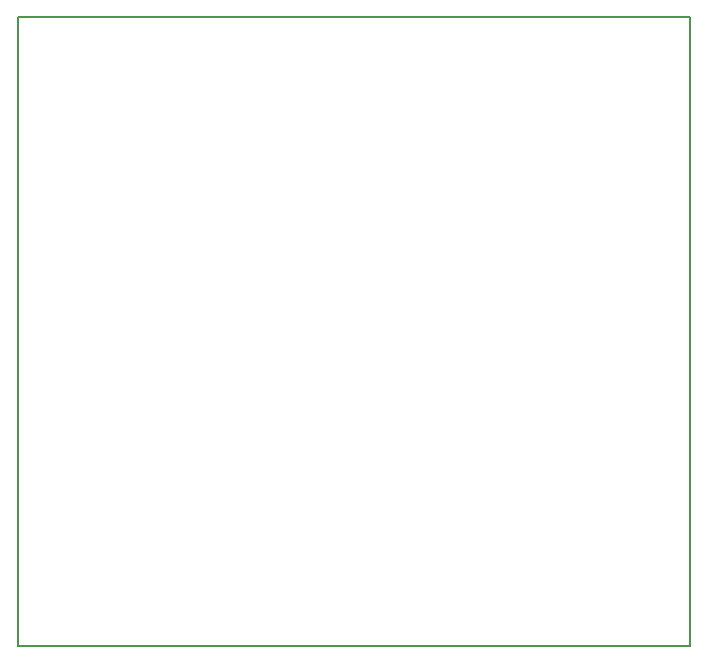
<source format=gm1>
G04 MADE WITH FRITZING*
G04 WWW.FRITZING.ORG*
G04 DOUBLE SIDED*
G04 HOLES PLATED*
G04 CONTOUR ON CENTER OF CONTOUR VECTOR*
%ASAXBY*%
%FSLAX23Y23*%
%MOIN*%
%OFA0B0*%
%SFA1.0B1.0*%
%ADD10R,2.247220X2.104450*%
%ADD11C,0.008000*%
%ADD10C,0.008*%
%LNCONTOUR*%
G90*
G70*
G54D10*
G54D11*
X4Y2100D02*
X2243Y2100D01*
X2243Y4D01*
X4Y4D01*
X4Y2100D01*
D02*
G04 End of contour*
M02*
</source>
